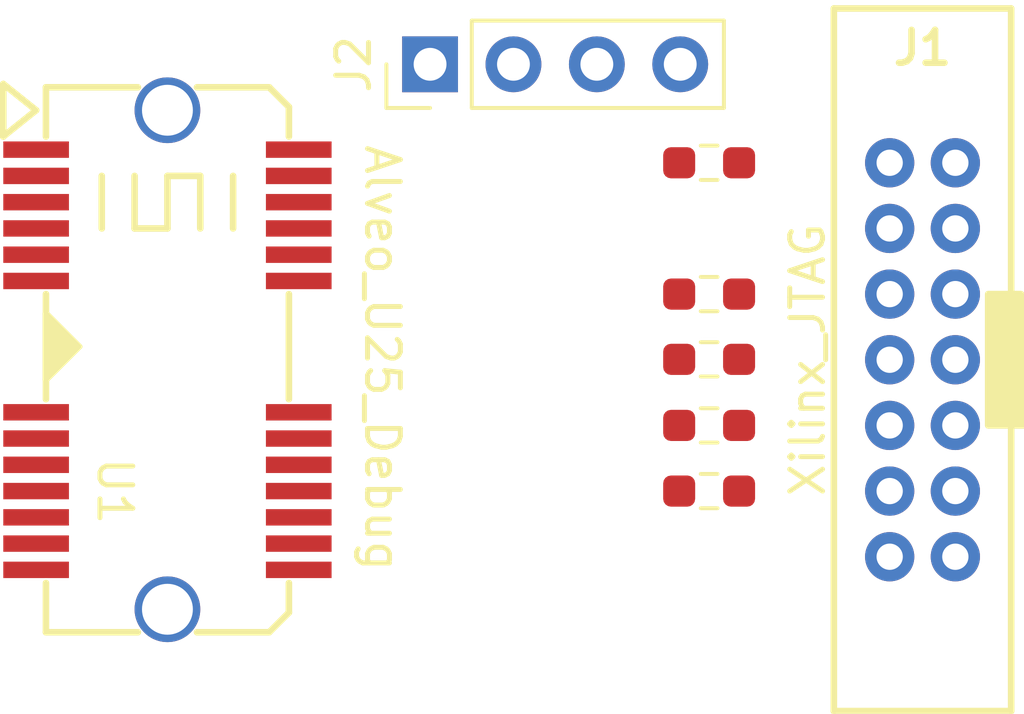
<source format=kicad_pcb>
(kicad_pcb (version 20211014) (generator pcbnew)
  (layers (0 "F.Cu" signal) (31 "B.Cu" signal) (34 "B.Paste" user) (35 "F.Paste" user) (36 "B.SilkS" user "B.Silkscreen") (37 "F.SilkS" user "F.Silkscreen") (38 "B.Mask" user) (39 "F.Mask" user) (44 "Edge.Cuts" user))
  (net 0 "")
  (net 2 "+VREF")
  (net 3 "GND")
  (net 4 "TMS")
  (net 5 "TCK")
  (net 6 "TDO")
  (net 7 "TDI")
  (net 9 "HALT")
  (net 10 "TXD")
  (net 11 "RXD")
  (footprint "Resistor_SMD:R_0603_1608Metric_Pad0.98x0.95mm_HandSolder" (layer "F.Cu") (at 79 65.9875)
    (fp_text reference "R3" hide)
    (fp_text value "0" hide)
    (fp_line (start -0.254724 -0.5225) (end 0.254724 -0.5225) (layer "F.SilkS") (width 0.12))
    (fp_line (start -0.254724 0.5225) (end 0.254724 0.5225) (layer "F.SilkS") (width 0.12))
    (pad "1" smd roundrect (at -0.9125 0) (size 0.975 0.95) (layers "F.Cu" "F.Paste" "F.Mask") (net 6 "TDO"))
    (pad "2" smd roundrect (at 0.9125 0) (size 0.975 0.95) (layers "F.Cu" "F.Paste" "F.Mask") (net 6 "TDO"))
  )
  (footprint "MEC8-113-L-D-RA:MEC8-113-02-L-D-RA1" (layer "F.Cu") (at 62.5 66 -90)
    (fp_text reference "U1" (at 4 1.6 -90 unlocked) (layer "F.SilkS"))
    (fp_text value "Alveo_U25_Debug" (at -0.05 -6.55 -90 unlocked) (layer "F.SilkS"))
    (fp_line (start -8.3 3.7) (end -6.8 3.7) (layer "F.SilkS") (width 0.2))
    (fp_line (start -8.3 -3.1) (end -8.3 -0.9) (layer "F.SilkS") (width 0.2))
    (fp_line (start -2 -3.7) (end 1.2 -3.7) (layer "F.SilkS") (width 0.2))
    (fp_line (start 8.3 3.7) (end 6.8 3.7) (layer "F.SilkS") (width 0.2))
    (fp_line (start -8.3 3.7) (end -8.3 0.9) (layer "F.SilkS") (width 0.2))
    (fp_line (start 7.7 -3.7) (end 6.8 -3.7) (layer "F.SilkS") (width 0.2))
    (fp_line (start -5.6 2) (end -4 2) (layer "F.SilkS") (width 0.2))
    (fp_line (start -7.7 -3.7) (end -6.8 -3.7) (layer "F.SilkS") (width 0.2))
    (fp_line (start -6.8 5) (end -7.6 4) (layer "F.SilkS") (width 0.2))
    (fp_line (start -4 0) (end -4 1) (layer "F.SilkS") (width 0.2))
    (fp_line (start -4 -1) (end -5.6 -1) (layer "F.SilkS") (width 0.2))
    (fp_line (start -8.4 5) (end -6.8 5) (layer "F.SilkS") (width 0.2))
    (fp_line (start -5.6 -2) (end -4 -2) (layer "F.SilkS") (width 0.2))
    (fp_line (start -2 3.7) (end 1.2 3.7) (layer "F.SilkS") (width 0.2))
    (fp_line (start 8.3 -3.1) (end 8.3 -0.9) (layer "F.SilkS") (width 0.2))
    (fp_line (start -7.7 -3.7) (end -8.3 -3.1) (layer "F.SilkS") (width 0.2))
    (fp_line (start -5.6 -1) (end -5.6 0) (layer "F.SilkS") (width 0.2))
    (fp_line (start -4 1) (end -5.6 1) (layer "F.SilkS") (width 0.2))
    (fp_line (start -0.4 2.7) (end 0.6 3.7) (layer "F.SilkS") (width 0.2))
    (fp_line (start -5.6 0) (end -4 0) (layer "F.SilkS") (width 0.2))
    (fp_line (start -0.4 2.7) (end -1.4 3.7) (layer "F.SilkS") (width 0.2))
    (fp_line (start 7.7 -3.7) (end 8.3 -3.1) (layer "F.SilkS") (width 0.2))
    (fp_line (start 8.3 3.7) (end 8.3 0.9) (layer "F.SilkS") (width 0.2))
    (fp_line (start -7.6 4) (end -8.4 5) (layer "F.SilkS") (width 0.2))
    (fp_poly (pts (xy 0.6 3.7) (xy -1.4 3.7) (xy -0.4 2.7)) (layer "F.SilkS") (width 0.2) (fill solid))
    (pad "A1" smd rect (at -6.4 4 270) (size 0.5 2) (layers "F.Cu" "F.Paste" "F.Mask") (net 3 "GND"))
    (pad "A2" smd rect (at -5.6 4 270) (size 0.5 2) (layers "F.Cu" "F.Paste" "F.Mask"))
    (pad "A3" smd rect (at -4.8 4 270) (size 0.5 2) (layers "F.Cu" "F.Paste" "F.Mask"))
    (pad "A4" smd rect (at -4 4 270) (size 0.5 2) (layers "F.Cu" "F.Paste" "F.Mask"))
    (pad "A5" smd rect (at -3.2 4 270) (size 0.5 2) (layers "F.Cu" "F.Paste" "F.Mask"))
    (pad "A6" smd rect (at -2.4 4 270) (size 0.5 2) (layers "F.Cu" "F.Paste" "F.Mask"))
    (pad "A7" smd rect (at 1.6 4 270) (size 0.5 2) (layers "F.Cu" "F.Paste" "F.Mask") (net 3 "GND"))
    (pad "A8" smd rect (at 2.4 4 270) (size 0.5 2) (layers "F.Cu" "F.Paste" "F.Mask"))
    (pad "A9" smd rect (at 3.2 4 270) (size 0.5 2) (layers "F.Cu" "F.Paste" "F.Mask"))
    (pad "A10" smd rect (at 4 4 270) (size 0.5 2) (layers "F.Cu" "F.Paste" "F.Mask"))
    (pad "A11" smd rect (at 4.8 4 270) (size 0.5 2) (layers "F.Cu" "F.Paste" "F.Mask"))
    (pad "A12" smd rect (at 5.6 4 270) (size 0.5 2) (layers "F.Cu" "F.Paste" "F.Mask"))
    (pad "A13" smd rect (at 6.4 4 270) (size 0.5 2) (layers "F.Cu" "F.Paste" "F.Mask"))
    (pad "B1" smd rect (at -6.4 -4 270) (size 0.5 2) (layers "F.Cu" "F.Paste" "F.Mask") (net 3 "GND"))
    (pad "B2" smd rect (at -5.6 -4 270) (size 0.5 2) (layers "F.Cu" "F.Paste" "F.Mask"))
    (pad "B3" smd rect (at -4.8 -4 270) (size 0.5 2) (layers "F.Cu" "F.Paste" "F.Mask"))
    (pad "B4" smd rect (at -4 -4 270) (size 0.5 2) (layers "F.Cu" "F.Paste" "F.Mask"))
    (pad "B5" smd rect (at -3.2 -4 270) (size 0.5 2) (layers "F.Cu" "F.Paste" "F.Mask"))
    (pad "B6" smd rect (at -2.4 -4 270) (size 0.5 2) (layers "F.Cu" "F.Paste" "F.Mask"))
    (pad "B7" smd rect (at 1.6 -4 270) (size 0.5 2) (layers "F.Cu" "F.Paste" "F.Mask") (net 3 "GND"))
    (pad "B8" smd rect (at 2.4 -4 270) (size 0.5 2) (layers "F.Cu" "F.Paste" "F.Mask"))
    (pad "B9" smd rect (at 3.2 -4 270) (size 0.5 2) (layers "F.Cu" "F.Paste" "F.Mask"))
    (pad "B10" smd rect (at 4 -4 270) (size 0.5 2) (layers "F.Cu" "F.Paste" "F.Mask"))
    (pad "B11" smd rect (at 4.8 -4 270) (size 0.5 2) (layers "F.Cu" "F.Paste" "F.Mask"))
    (pad "B12" smd rect (at 5.6 -4 270) (size 0.5 2) (layers "F.Cu" "F.Paste" "F.Mask"))
    (pad "B13" smd rect (at 6.4 -4 270) (size 0.5 2) (layers "F.Cu" "F.Paste" "F.Mask"))
    (pad "MP" thru_hole circle (at -7.6 0 270) (size 2 2) (drill 1.55) (layers *.Cu *.Mask))
    (pad "MP" thru_hole circle (at 7.6 0 270) (size 2 2) (drill 1.55) (layers *.Cu *.Mask))
  )
  (footprint "Xilinx_JTAG_Connector:SBH21-NBPN-D07-ST" (layer "F.Cu") (at 85.5 66 90)
    (fp_text reference "J1" (at 9.5 0 unlocked) (layer "F.SilkS") (effects (font (thickness 0.2))))
    (fp_text value "Xilinx_JTAG" (at 0 -3.5 90 unlocked) (layer "F.SilkS"))
    (fp_line (start 10.7 2.7) (end -10.7 2.7) (layer "F.SilkS") (width 0.2))
    (fp_line (start 10.7 -2.7) (end 10.7 2.7) (layer "F.SilkS") (width 0.2))
    (fp_line (start -10.7 2.7) (end -10.7 -2.7) (layer "F.SilkS") (width 0.2))
    (fp_line (start -10.7 -2.7) (end 10.7 -2.7) (layer "F.SilkS") (width 0.2))
    (fp_poly (pts (xy 2 3) (xy -2 3) (xy -2 2) (xy 2 2)) (layer "F.SilkS") (width 0.2) (fill solid))
    (pad "1" thru_hole circle (at -6 1 90) (size 1.5 1.5) (drill 0.8) (layers *.Cu *.Mask))
    (pad "2" thru_hole circle (at -6 -1 90) (size 1.5 1.5) (drill 0.8) (layers *.Cu *.Mask) (net 2 "+VREF"))
    (pad "3" thru_hole circle (at -4 1 90) (size 1.5 1.5) (drill 0.8) (layers *.Cu *.Mask) (net 3 "GND"))
    (pad "4" thru_hole circle (at -4 -1 90) (size 1.5 1.5) (drill 0.8) (layers *.Cu *.Mask) (net 4 "TMS"))
    (pad "5" thru_hole circle (at -2 1 90) (size 1.5 1.5) (drill 0.8) (layers *.Cu *.Mask) (net 3 "GND"))
    (pad "6" thru_hole circle (at -2 -1 90) (size 1.5 1.5) (drill 0.8) (layers *.Cu *.Mask) (net 5 "TCK"))
    (pad "7" thru_hole circle (at 0 1 90) (size 1.5 1.5) (drill 0.8) (layers *.Cu *.Mask) (net 3 "GND"))
    (pad "8" thru_hole circle (at 0 -1 90) (size 1.5 1.5) (drill 0.8) (layers *.Cu *.Mask) (net 6 "TDO"))
    (pad "9" thru_hole circle (at 2 1 90) (size 1.5 1.5) (drill 0.8) (layers *.Cu *.Mask) (net 3 "GND"))
    (pad "10" thru_hole circle (at 2 -1 90) (size 1.5 1.5) (drill 0.8) (layers *.Cu *.Mask) (net 7 "TDI"))
    (pad "11" thru_hole circle (at 4 1 90) (size 1.5 1.5) (drill 0.8) (layers *.Cu *.Mask) (net 3 "GND"))
    (pad "12" thru_hole circle (at 4 -1 90) (size 1.5 1.5) (drill 0.8) (layers *.Cu *.Mask))
    (pad "13" thru_hole circle (at 6 1 90) (size 1.5 1.5) (drill 0.8) (layers *.Cu *.Mask) (net 3 "GND"))
    (pad "14" thru_hole circle (at 6 -1 90) (size 1.5 1.5) (drill 0.8) (layers *.Cu *.Mask) (net 9 "HALT"))
  )
  (footprint "Resistor_SMD:R_0603_1608Metric_Pad0.98x0.95mm_HandSolder" (layer "F.Cu") (at 79 70)
    (fp_text reference "R1" hide)
    (fp_text value "0" hide)
    (fp_line (start -0.254724 0.5225) (end 0.254724 0.5225) (layer "F.SilkS") (width 0.12))
    (fp_line (start -0.254724 -0.5225) (end 0.254724 -0.5225) (layer "F.SilkS") (width 0.12))
    (pad "1" smd roundrect (at -0.9125 0) (size 0.975 0.95) (layers "F.Cu" "F.Paste" "F.Mask") (net 4 "TMS"))
    (pad "2" smd roundrect (at 0.9125 0) (size 0.975 0.95) (layers "F.Cu" "F.Paste" "F.Mask") (net 4 "TMS"))
  )
  (footprint "Resistor_SMD:R_0603_1608Metric_Pad0.98x0.95mm_HandSolder" (layer "F.Cu") (at 79 64)
    (fp_text reference "R4" hide)
    (fp_text value "0" hide)
    (fp_line (start -0.254724 0.5225) (end 0.254724 0.5225) (layer "F.SilkS") (width 0.12))
    (fp_line (start -0.254724 -0.5225) (end 0.254724 -0.5225) (layer "F.SilkS") (width 0.12))
    (pad "1" smd roundrect (at -0.9125 0) (size 0.975 0.95) (layers "F.Cu" "F.Paste" "F.Mask") (net 7 "TDI"))
    (pad "2" smd roundrect (at 0.9125 0) (size 0.975 0.95) (layers "F.Cu" "F.Paste" "F.Mask") (net 7 "TDI"))
  )
  (footprint "Resistor_SMD:R_0603_1608Metric_Pad0.98x0.95mm_HandSolder" (layer "F.Cu") (at 79 60)
    (fp_text reference "R5" hide)
    (fp_text value "0" hide)
    (fp_line (start -0.254724 0.5225) (end 0.254724 0.5225) (layer "F.SilkS") (width 0.12))
    (fp_line (start -0.254724 -0.5225) (end 0.254724 -0.5225) (layer "F.SilkS") (width 0.12))
    (pad "1" smd roundrect (at -0.9125 0) (size 0.975 0.95) (layers "F.Cu" "F.Paste" "F.Mask") (net 9 "HALT"))
    (pad "2" smd roundrect (at 0.9125 0) (size 0.975 0.95) (layers "F.Cu" "F.Paste" "F.Mask") (net 9 "HALT"))
  )
  (footprint "Resistor_SMD:R_0603_1608Metric_Pad0.98x0.95mm_HandSolder" (layer "F.Cu") (at 79 68)
    (fp_text reference "R2" hide)
    (fp_text value "0" hide)
    (fp_line (start -0.254724 -0.5225) (end 0.254724 -0.5225) (layer "F.SilkS") (width 0.12))
    (fp_line (start -0.254724 0.5225) (end 0.254724 0.5225) (layer "F.SilkS") (width 0.12))
    (pad "1" smd roundrect (at -0.9125 0) (size 0.975 0.95) (layers "F.Cu" "F.Paste" "F.Mask") (net 5 "TCK"))
    (pad "2" smd roundrect (at 0.9125 0) (size 0.975 0.95) (layers "F.Cu" "F.Paste" "F.Mask") (net 5 "TCK"))
  )
  (footprint "Connector_PinHeader_2.54mm:PinHeader_1x04_P2.54mm_Vertical" (layer "F.Cu") (at 70.5 57 90)
    (fp_text reference "J2" (at 0 -2.33 90) (layer "F.SilkS"))
    (fp_text value "UART")
    (fp_line (start -1.33 1.27) (end 1.33 1.27) (layer "F.SilkS") (width 0.12))
    (fp_line (start 1.33 1.27) (end 1.33 8.95) (layer "F.SilkS") (width 0.12))
    (fp_line (start -1.33 0) (end -1.33 -1.33) (layer "F.SilkS") (width 0.12))
    (fp_line (start -1.33 -1.33) (end 0 -1.33) (layer "F.SilkS") (width 0.12))
    (fp_line (start -1.33 1.27) (end -1.33 8.95) (layer "F.SilkS") (width 0.12))
    (fp_line (start -1.33 8.95) (end 1.33 8.95) (layer "F.SilkS") (width 0.12))
    (pad "1" thru_hole rect (at 0 0 90) (size 1.7 1.7) (drill 1) (layers *.Cu *.Mask) (net 2 "+VREF"))
    (pad "2" thru_hole oval (at 0 2.54 90) (size 1.7 1.7) (drill 1) (layers *.Cu *.Mask) (net 10 "TXD"))
    (pad "3" thru_hole oval (at 0 5.08 90) (size 1.7 1.7) (drill 1) (layers *.Cu *.Mask) (net 11 "RXD"))
    (pad "4" thru_hole oval (at 0 7.62 90) (size 1.7 1.7) (drill 1) (layers *.Cu *.Mask) (net 3 "GND"))
  )
)
</source>
